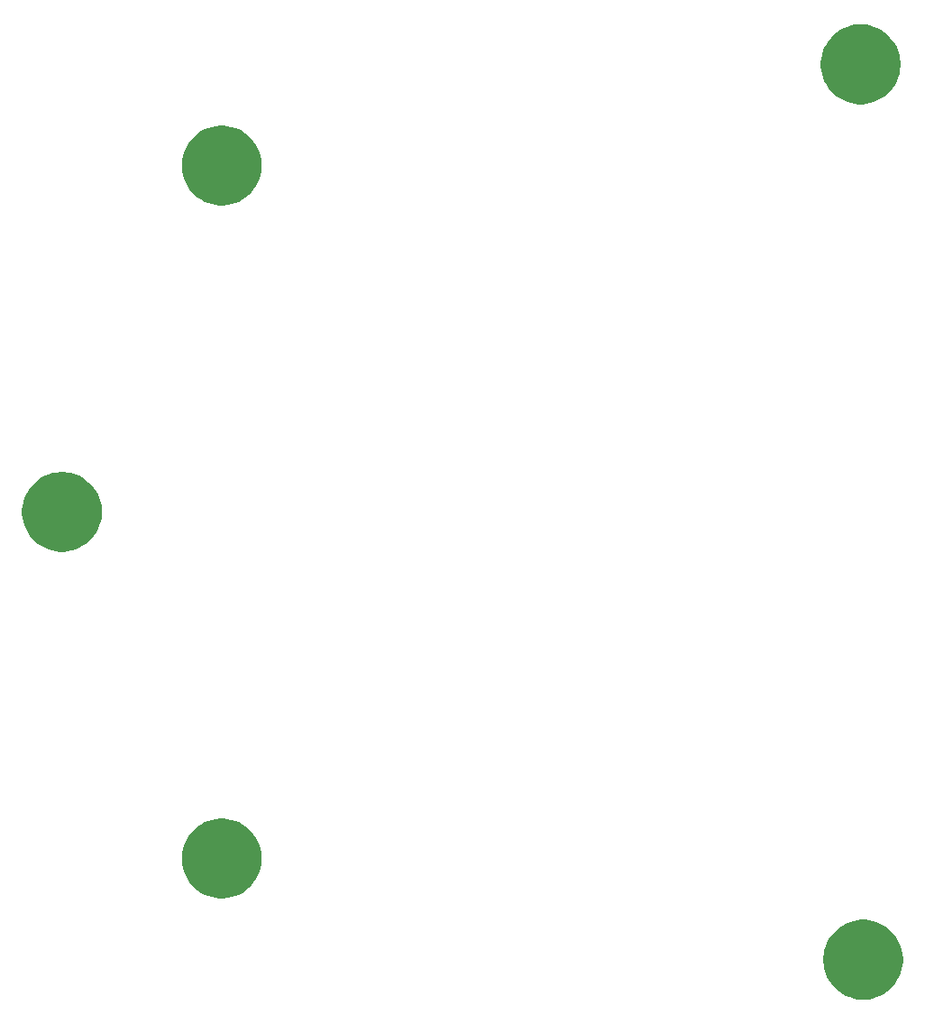
<source format=gbr>
G04 #@! TF.GenerationSoftware,KiCad,Pcbnew,9.0.2*
G04 #@! TF.CreationDate,2025-09-19T15:39:03-04:00*
G04 #@! TF.ProjectId,Trackball,54726163-6b62-4616-9c6c-2e6b69636164,rev?*
G04 #@! TF.SameCoordinates,Original*
G04 #@! TF.FileFunction,Soldermask,Top*
G04 #@! TF.FilePolarity,Negative*
%FSLAX46Y46*%
G04 Gerber Fmt 4.6, Leading zero omitted, Abs format (unit mm)*
G04 Created by KiCad (PCBNEW 9.0.2) date 2025-09-19 15:39:03*
%MOMM*%
%LPD*%
G01*
G04 APERTURE LIST*
G04 APERTURE END LIST*
G36*
X57950386Y-139889599D02*
G01*
X58311419Y-139961413D01*
X58663674Y-140068268D01*
X59003759Y-140209136D01*
X59328399Y-140382660D01*
X59634468Y-140587169D01*
X59919018Y-140820692D01*
X60179308Y-141080982D01*
X60412831Y-141365532D01*
X60617340Y-141671601D01*
X60790864Y-141996241D01*
X60931732Y-142336326D01*
X61038587Y-142688581D01*
X61110401Y-143049614D01*
X61146482Y-143415947D01*
X61146482Y-143784053D01*
X61110401Y-144150386D01*
X61038587Y-144511419D01*
X60931732Y-144863674D01*
X60790864Y-145203759D01*
X60617340Y-145528399D01*
X60412831Y-145834468D01*
X60179308Y-146119018D01*
X59919018Y-146379308D01*
X59634468Y-146612831D01*
X59328399Y-146817340D01*
X59003759Y-146990864D01*
X58663674Y-147131732D01*
X58311419Y-147238587D01*
X57950386Y-147310401D01*
X57584053Y-147346482D01*
X57215947Y-147346482D01*
X56849614Y-147310401D01*
X56488581Y-147238587D01*
X56136326Y-147131732D01*
X55796241Y-146990864D01*
X55471601Y-146817340D01*
X55165532Y-146612831D01*
X54880982Y-146379308D01*
X54620692Y-146119018D01*
X54387169Y-145834468D01*
X54182660Y-145528399D01*
X54009136Y-145203759D01*
X53868268Y-144863674D01*
X53761413Y-144511419D01*
X53689599Y-144150386D01*
X53653518Y-143784053D01*
X53653518Y-143415947D01*
X53689599Y-143049614D01*
X53761413Y-142688581D01*
X53868268Y-142336326D01*
X54009136Y-141996241D01*
X54182660Y-141671601D01*
X54387169Y-141365532D01*
X54620692Y-141080982D01*
X54880982Y-140820692D01*
X55165532Y-140587169D01*
X55471601Y-140382660D01*
X55796241Y-140209136D01*
X56136326Y-140068268D01*
X56488581Y-139961413D01*
X56849614Y-139889599D01*
X57215947Y-139853518D01*
X57584053Y-139853518D01*
X57950386Y-139889599D01*
G37*
G36*
X-2299614Y-130389599D02*
G01*
X-1938581Y-130461413D01*
X-1586326Y-130568268D01*
X-1246241Y-130709136D01*
X-921601Y-130882660D01*
X-615532Y-131087169D01*
X-330982Y-131320692D01*
X-70692Y-131580982D01*
X162831Y-131865532D01*
X367340Y-132171601D01*
X540864Y-132496241D01*
X681732Y-132836326D01*
X788587Y-133188581D01*
X860401Y-133549614D01*
X896482Y-133915947D01*
X896482Y-134284053D01*
X860401Y-134650386D01*
X788587Y-135011419D01*
X681732Y-135363674D01*
X540864Y-135703759D01*
X367340Y-136028399D01*
X162831Y-136334468D01*
X-70692Y-136619018D01*
X-330982Y-136879308D01*
X-615532Y-137112831D01*
X-921601Y-137317340D01*
X-1246241Y-137490864D01*
X-1586326Y-137631732D01*
X-1938581Y-137738587D01*
X-2299614Y-137810401D01*
X-2665947Y-137846482D01*
X-3034053Y-137846482D01*
X-3400386Y-137810401D01*
X-3761419Y-137738587D01*
X-4113674Y-137631732D01*
X-4453759Y-137490864D01*
X-4778399Y-137317340D01*
X-5084468Y-137112831D01*
X-5369018Y-136879308D01*
X-5629308Y-136619018D01*
X-5862831Y-136334468D01*
X-6067340Y-136028399D01*
X-6240864Y-135703759D01*
X-6381732Y-135363674D01*
X-6488587Y-135011419D01*
X-6560401Y-134650386D01*
X-6596482Y-134284053D01*
X-6596482Y-133915947D01*
X-6560401Y-133549614D01*
X-6488587Y-133188581D01*
X-6381732Y-132836326D01*
X-6240864Y-132496241D01*
X-6067340Y-132171601D01*
X-5862831Y-131865532D01*
X-5629308Y-131580982D01*
X-5369018Y-131320692D01*
X-5084468Y-131087169D01*
X-4778399Y-130882660D01*
X-4453759Y-130709136D01*
X-4113674Y-130568268D01*
X-3761419Y-130461413D01*
X-3400386Y-130389599D01*
X-3034053Y-130353518D01*
X-2665947Y-130353518D01*
X-2299614Y-130389599D01*
G37*
G36*
X-17296814Y-97863499D02*
G01*
X-16935781Y-97935313D01*
X-16583526Y-98042168D01*
X-16243441Y-98183036D01*
X-15918801Y-98356560D01*
X-15612732Y-98561069D01*
X-15328182Y-98794592D01*
X-15067892Y-99054882D01*
X-14834369Y-99339432D01*
X-14629860Y-99645501D01*
X-14456336Y-99970141D01*
X-14315468Y-100310226D01*
X-14208613Y-100662481D01*
X-14136799Y-101023514D01*
X-14100718Y-101389847D01*
X-14100718Y-101757953D01*
X-14136799Y-102124286D01*
X-14208613Y-102485319D01*
X-14315468Y-102837574D01*
X-14456336Y-103177659D01*
X-14629860Y-103502299D01*
X-14834369Y-103808368D01*
X-15067892Y-104092918D01*
X-15328182Y-104353208D01*
X-15612732Y-104586731D01*
X-15918801Y-104791240D01*
X-16243441Y-104964764D01*
X-16583526Y-105105632D01*
X-16935781Y-105212487D01*
X-17296814Y-105284301D01*
X-17663147Y-105320382D01*
X-18031253Y-105320382D01*
X-18397586Y-105284301D01*
X-18758619Y-105212487D01*
X-19110874Y-105105632D01*
X-19450959Y-104964764D01*
X-19775599Y-104791240D01*
X-20081668Y-104586731D01*
X-20366218Y-104353208D01*
X-20626508Y-104092918D01*
X-20860031Y-103808368D01*
X-21064540Y-103502299D01*
X-21238064Y-103177659D01*
X-21378932Y-102837574D01*
X-21485787Y-102485319D01*
X-21557601Y-102124286D01*
X-21593682Y-101757953D01*
X-21593682Y-101389847D01*
X-21557601Y-101023514D01*
X-21485787Y-100662481D01*
X-21378932Y-100310226D01*
X-21238064Y-99970141D01*
X-21064540Y-99645501D01*
X-20860031Y-99339432D01*
X-20626508Y-99054882D01*
X-20366218Y-98794592D01*
X-20081668Y-98561069D01*
X-19775599Y-98356560D01*
X-19450959Y-98183036D01*
X-19110874Y-98042168D01*
X-18758619Y-97935313D01*
X-18397586Y-97863499D01*
X-18031253Y-97827418D01*
X-17663147Y-97827418D01*
X-17296814Y-97863499D01*
G37*
G36*
X-2296814Y-65363499D02*
G01*
X-1935781Y-65435313D01*
X-1583526Y-65542168D01*
X-1243441Y-65683036D01*
X-918801Y-65856560D01*
X-612732Y-66061069D01*
X-328182Y-66294592D01*
X-67892Y-66554882D01*
X165631Y-66839432D01*
X370140Y-67145501D01*
X543664Y-67470141D01*
X684532Y-67810226D01*
X791387Y-68162481D01*
X863201Y-68523514D01*
X899282Y-68889847D01*
X899282Y-69257953D01*
X863201Y-69624286D01*
X791387Y-69985319D01*
X684532Y-70337574D01*
X543664Y-70677659D01*
X370140Y-71002299D01*
X165631Y-71308368D01*
X-67892Y-71592918D01*
X-328182Y-71853208D01*
X-612732Y-72086731D01*
X-918801Y-72291240D01*
X-1243441Y-72464764D01*
X-1583526Y-72605632D01*
X-1935781Y-72712487D01*
X-2296814Y-72784301D01*
X-2663147Y-72820382D01*
X-3031253Y-72820382D01*
X-3397586Y-72784301D01*
X-3758619Y-72712487D01*
X-4110874Y-72605632D01*
X-4450959Y-72464764D01*
X-4775599Y-72291240D01*
X-5081668Y-72086731D01*
X-5366218Y-71853208D01*
X-5626508Y-71592918D01*
X-5860031Y-71308368D01*
X-6064540Y-71002299D01*
X-6238064Y-70677659D01*
X-6378932Y-70337574D01*
X-6485787Y-69985319D01*
X-6557601Y-69624286D01*
X-6593682Y-69257953D01*
X-6593682Y-68889847D01*
X-6557601Y-68523514D01*
X-6485787Y-68162481D01*
X-6378932Y-67810226D01*
X-6238064Y-67470141D01*
X-6064540Y-67145501D01*
X-5860031Y-66839432D01*
X-5626508Y-66554882D01*
X-5366218Y-66294592D01*
X-5081668Y-66061069D01*
X-4775599Y-65856560D01*
X-4450959Y-65683036D01*
X-4110874Y-65542168D01*
X-3758619Y-65435313D01*
X-3397586Y-65363499D01*
X-3031253Y-65327418D01*
X-2663147Y-65327418D01*
X-2296814Y-65363499D01*
G37*
G36*
X57705986Y-55863499D02*
G01*
X58067019Y-55935313D01*
X58419274Y-56042168D01*
X58759359Y-56183036D01*
X59083999Y-56356560D01*
X59390068Y-56561069D01*
X59674618Y-56794592D01*
X59934908Y-57054882D01*
X60168431Y-57339432D01*
X60372940Y-57645501D01*
X60546464Y-57970141D01*
X60687332Y-58310226D01*
X60794187Y-58662481D01*
X60866001Y-59023514D01*
X60902082Y-59389847D01*
X60902082Y-59757953D01*
X60866001Y-60124286D01*
X60794187Y-60485319D01*
X60687332Y-60837574D01*
X60546464Y-61177659D01*
X60372940Y-61502299D01*
X60168431Y-61808368D01*
X59934908Y-62092918D01*
X59674618Y-62353208D01*
X59390068Y-62586731D01*
X59083999Y-62791240D01*
X58759359Y-62964764D01*
X58419274Y-63105632D01*
X58067019Y-63212487D01*
X57705986Y-63284301D01*
X57339653Y-63320382D01*
X56971547Y-63320382D01*
X56605214Y-63284301D01*
X56244181Y-63212487D01*
X55891926Y-63105632D01*
X55551841Y-62964764D01*
X55227201Y-62791240D01*
X54921132Y-62586731D01*
X54636582Y-62353208D01*
X54376292Y-62092918D01*
X54142769Y-61808368D01*
X53938260Y-61502299D01*
X53764736Y-61177659D01*
X53623868Y-60837574D01*
X53517013Y-60485319D01*
X53445199Y-60124286D01*
X53409118Y-59757953D01*
X53409118Y-59389847D01*
X53445199Y-59023514D01*
X53517013Y-58662481D01*
X53623868Y-58310226D01*
X53764736Y-57970141D01*
X53938260Y-57645501D01*
X54142769Y-57339432D01*
X54376292Y-57054882D01*
X54636582Y-56794592D01*
X54921132Y-56561069D01*
X55227201Y-56356560D01*
X55551841Y-56183036D01*
X55891926Y-56042168D01*
X56244181Y-55935313D01*
X56605214Y-55863499D01*
X56971547Y-55827418D01*
X57339653Y-55827418D01*
X57705986Y-55863499D01*
G37*
M02*

</source>
